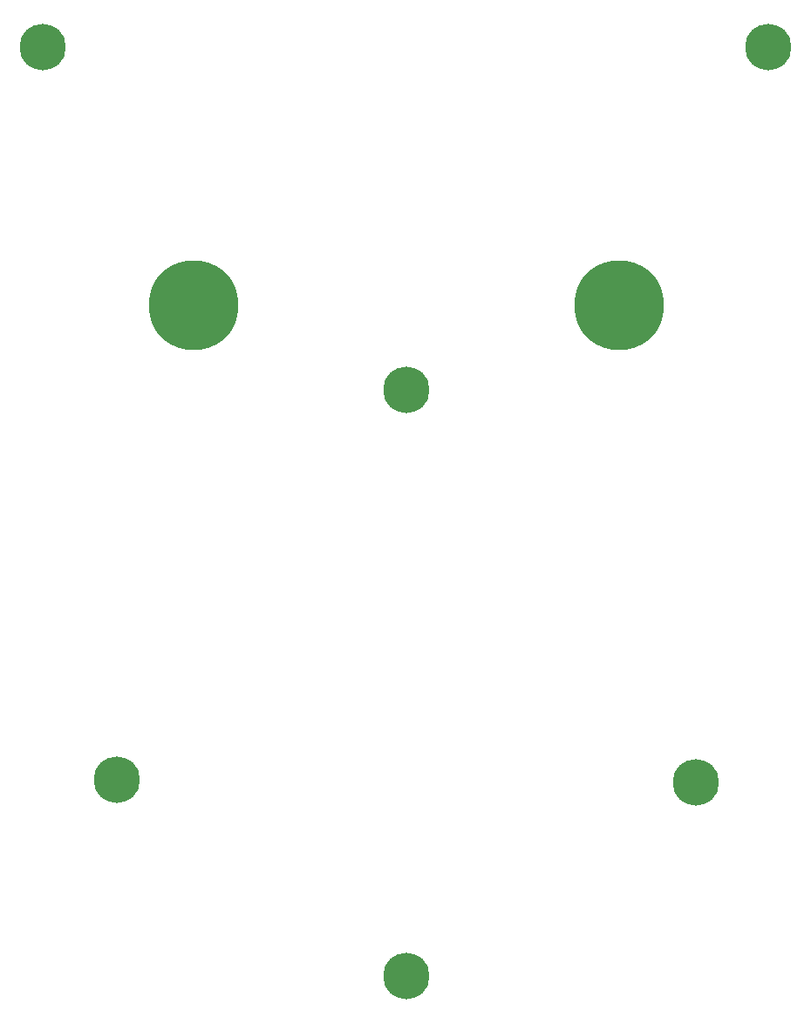
<source format=gts>
G04 #@! TF.GenerationSoftware,KiCad,Pcbnew,5.1.10-88a1d61d58~90~ubuntu21.04.1*
G04 #@! TF.CreationDate,2021-08-17T12:33:01+02:00*
G04 #@! TF.ProjectId,discipad-bottom-pcb,64697363-6970-4616-942d-626f74746f6d,rev?*
G04 #@! TF.SameCoordinates,Original*
G04 #@! TF.FileFunction,Soldermask,Top*
G04 #@! TF.FilePolarity,Negative*
%FSLAX46Y46*%
G04 Gerber Fmt 4.6, Leading zero omitted, Abs format (unit mm)*
G04 Created by KiCad (PCBNEW 5.1.10-88a1d61d58~90~ubuntu21.04.1) date 2021-08-17 12:33:01*
%MOMM*%
%LPD*%
G01*
G04 APERTURE LIST*
%ADD10C,8.702000*%
%ADD11C,4.502000*%
G04 APERTURE END LIST*
D10*
X123158765Y-53561440D03*
D11*
X143833559Y-118686673D03*
X115752543Y-99566685D03*
X171914575Y-99841686D03*
X143833559Y-61784261D03*
X179001130Y-28475773D03*
X108503031Y-28475773D03*
D10*
X164508353Y-53561440D03*
M02*

</source>
